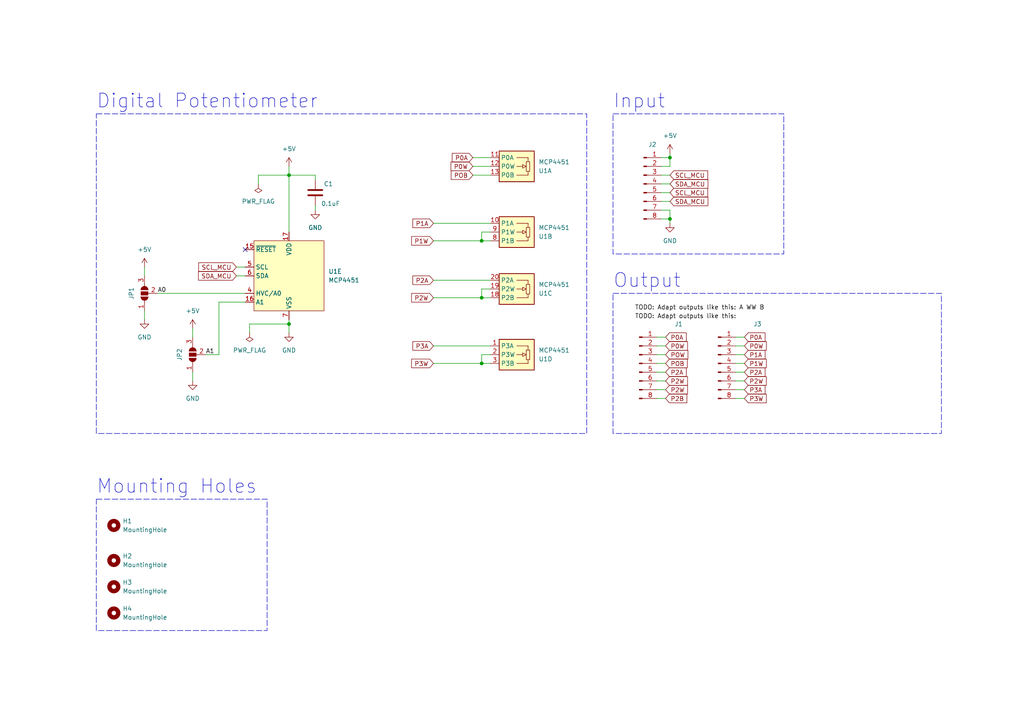
<source format=kicad_sch>
(kicad_sch (version 20230121) (generator eeschema)
  (paper "A4")
  (lib_symbols
    (symbol "Connector:Conn_01x08_Pin" (pin_names (offset 1.016) hide)
      (property "Reference" "J" (at 0 10.16 0))
      (property "Value" "Conn_01x08_Pin" (at 0 -12.7 0))
      (symbol "Conn_01x08_Pin_1_1"
        (polyline (pts (xy 1.27 -10.16) (xy 0.8636 -10.16)) (stroke (width 0.1524)))
        (polyline (pts (xy 1.27 -7.62) (xy 0.8636 -7.62)) (stroke (width 0.1524)))
        (polyline (pts (xy 1.27 -5.08) (xy 0.8636 -5.08)) (stroke (width 0.1524)))
        (polyline (pts (xy 1.27 -2.54) (xy 0.8636 -2.54)) (stroke (width 0.1524)))
        (polyline (pts (xy 1.27 0) (xy 0.8636 0)) (stroke (width 0.1524)))
        (polyline (pts (xy 1.27 2.54) (xy 0.8636 2.54)) (stroke (width 0.1524)))
        (polyline (pts (xy 1.27 5.08) (xy 0.8636 5.08)) (stroke (width 0.1524)))
        (polyline (pts (xy 1.27 7.62) (xy 0.8636 7.62)) (stroke (width 0.1524)))
        (rectangle (start 0.8636 -10.033) (end 0 -10.287) (stroke (width 0.1524)) (fill (type outline)))
        (rectangle (start 0.8636 -7.493) (end 0 -7.747) (stroke (width 0.1524)) (fill (type outline)))
        (rectangle (start 0.8636 -4.953) (end 0 -5.207) (stroke (width 0.1524)) (fill (type outline)))
        (rectangle (start 0.8636 -2.413) (end 0 -2.667) (stroke (width 0.1524)) (fill (type outline)))
        (rectangle (start 0.8636 0.127) (end 0 -0.127) (stroke (width 0.1524)) (fill (type outline)))
        (rectangle (start 0.8636 2.667) (end 0 2.413) (stroke (width 0.1524)) (fill (type outline)))
        (rectangle (start 0.8636 5.207) (end 0 4.953) (stroke (width 0.1524)) (fill (type outline)))
        (rectangle (start 0.8636 7.747) (end 0 7.493) (stroke (width 0.1524)) (fill (type outline)))
        (pin passive line (at 5.08 7.62 180) (length 3.81) (name "Pin_1") (number "1"))
        (pin passive line (at 5.08 5.08 180) (length 3.81) (name "Pin_2") (number "2"))
        (pin passive line (at 5.08 2.54 180) (length 3.81) (name "Pin_3") (number "3"))
        (pin passive line (at 5.08 0 180) (length 3.81) (name "Pin_4") (number "4"))
        (pin passive line (at 5.08 -2.54 180) (length 3.81) (name "Pin_5") (number "5"))
        (pin passive line (at 5.08 -5.08 180) (length 3.81) (name "Pin_6") (number "6"))
        (pin passive line (at 5.08 -7.62 180) (length 3.81) (name "Pin_7") (number "7"))
        (pin passive line (at 5.08 -10.16 180) (length 3.81) (name "Pin_8") (number "8"))
      )
    )
    (symbol "Device:C" (pin_numbers hide) (pin_names (offset 0.254))
      (property "Reference" "C" (at 0.635 2.54 0))
      (property "Value" "C" (at 0.635 -2.54 0))
      (symbol "C_0_1"
        (polyline (pts (xy -2.032 -0.762) (xy 2.032 -0.762)) (stroke (width 0.508)))
        (polyline (pts (xy -2.032 0.762) (xy 2.032 0.762)) (stroke (width 0.508)))
      )
      (symbol "C_1_1"
        (pin passive line (at 0 3.81 270) (length 2.794) (name "~") (number "1"))
        (pin passive line (at 0 -3.81 90) (length 2.794) (name "~") (number "2"))
      )
    )
    (symbol "Jumper:SolderJumper_3_Open" (pin_names (offset 0) hide)
      (property "Reference" "JP" (at -2.54 -2.54 0))
      (property "Value" "SolderJumper_3_Open" (at 0 2.794 0))
      (symbol "SolderJumper_3_Open_0_1"
        (arc (start -1.016 1.016) (mid -2.0276 0) (end -1.016 -1.016))
        (arc (start -1.016 1.016) (mid -2.0276 0) (end -1.016 -1.016) (fill (type outline)))
        (rectangle (start -0.508 1.016) (end 0.508 -1.016) (fill (type outline)))
        (polyline (pts (xy -2.54 0) (xy -2.032 0)))
        (polyline (pts (xy -1.016 1.016) (xy -1.016 -1.016)))
        (polyline (pts (xy 0 -1.27) (xy 0 -1.016)))
        (polyline (pts (xy 1.016 1.016) (xy 1.016 -1.016)))
        (polyline (pts (xy 2.54 0) (xy 2.032 0)))
        (arc (start 1.016 -1.016) (mid 2.0276 0) (end 1.016 1.016))
        (arc (start 1.016 -1.016) (mid 2.0276 0) (end 1.016 1.016) (fill (type outline)))
      )
      (symbol "SolderJumper_3_Open_1_1"
        (pin passive line (at -5.08 0 0) (length 2.54) (name "A") (number "1"))
        (pin passive line (at 0 -3.81 90) (length 2.54) (name "C") (number "2"))
        (pin passive line (at 5.08 0 180) (length 2.54) (name "B") (number "3"))
      )
    )
    (symbol "Mechanical:MountingHole" (pin_names (offset 1.016))
      (property "Reference" "H" (at 0 5.08 0))
      (property "Value" "MountingHole" (at 0 3.175 0))
      (symbol "MountingHole_0_1"
        (circle (center 0 0) (radius 1.27) (stroke (width 1.27)))
      )
    )
    (symbol "Potentiometer_Digital:MCP4451-xxxx-ST"
      (property "Reference" "U" (at -8.89 11.43 0))
      (property "Value" "MCP4451-xxxx-ST" (at 10.16 -11.43 0))
      (symbol "MCP4451-xxxx-ST_1_1"
        (polyline (pts (xy 1.7272 0) (xy 0 0)))
        (polyline (pts (xy 3.302 -2.54) (xy 0 -2.54)) (fill (type background)))
        (polyline (pts (xy 3.302 -2.3114) (xy 3.302 -1.3716)))
        (polyline (pts (xy 3.302 2.286) (xy 3.302 1.4478)))
        (polyline (pts (xy 3.302 2.54) (xy 0 2.54)) (fill (type background)))
        (polyline (pts (xy 3.302 -2.54) (xy 3.302 -2.286) (xy 3.302 -2.286)))
        (polyline (pts (xy 3.302 2.54) (xy 3.302 2.286) (xy 3.302 2.286)) (fill (type background)))
        (polyline (pts (xy 1.7272 -0.508) (xy 1.7272 0.508) (xy 2.7432 0) (xy 1.7272 -0.508) (xy 1.7272 -0.508)))
        (rectangle (start 3.7846 -1.3462) (end 2.7686 1.4478))
        (rectangle (start 5.08 -4.445) (end -5.08 4.445) (stroke (width 0.254)) (fill (type background)))
        (pin passive line (at -7.62 -2.54 0) (length 2.54) (name "P0A") (number "11"))
        (pin passive line (at -7.62 0 0) (length 2.54) (name "P0W") (number "12"))
        (pin passive line (at -7.62 2.54 0) (length 2.54) (name "P0B") (number "13"))
      )
      (symbol "MCP4451-xxxx-ST_2_1"
        (polyline (pts (xy 1.7272 0) (xy 0 0)))
        (polyline (pts (xy 3.302 -2.54) (xy 0 -2.54)) (fill (type background)))
        (polyline (pts (xy 3.302 -2.3114) (xy 3.302 -1.3716)))
        (polyline (pts (xy 3.302 2.286) (xy 3.302 1.4478)))
        (polyline (pts (xy 3.302 2.54) (xy 0 2.54)) (fill (type background)))
        (polyline (pts (xy 3.302 -2.54) (xy 3.302 -2.286) (xy 3.302 -2.286)))
        (polyline (pts (xy 3.302 2.54) (xy 3.302 2.286) (xy 3.302 2.286)) (fill (type background)))
        (polyline (pts (xy 1.7272 -0.508) (xy 1.7272 0.508) (xy 2.7432 0) (xy 1.7272 -0.508) (xy 1.7272 -0.508)))
        (rectangle (start 3.7846 -1.3462) (end 2.7686 1.4478))
        (rectangle (start 5.08 -4.445) (end -5.08 4.445) (stroke (width 0.254)) (fill (type background)))
        (pin passive line (at -7.62 -2.54 0) (length 2.54) (name "P1A") (number "10"))
        (pin passive line (at -7.62 2.54 0) (length 2.54) (name "P1B") (number "8"))
        (pin passive line (at -7.62 0 0) (length 2.54) (name "P1W") (number "9"))
      )
      (symbol "MCP4451-xxxx-ST_3_1"
        (polyline (pts (xy 1.7272 0) (xy 0 0)))
        (polyline (pts (xy 3.302 -2.54) (xy 0 -2.54)) (fill (type background)))
        (polyline (pts (xy 3.302 -2.3114) (xy 3.302 -1.3716)))
        (polyline (pts (xy 3.302 2.286) (xy 3.302 1.4478)))
        (polyline (pts (xy 3.302 2.54) (xy 0 2.54)) (fill (type background)))
        (polyline (pts (xy 3.302 -2.54) (xy 3.302 -2.286) (xy 3.302 -2.286)))
        (polyline (pts (xy 3.302 2.54) (xy 3.302 2.286) (xy 3.302 2.286)) (fill (type background)))
        (polyline (pts (xy 1.7272 -0.508) (xy 1.7272 0.508) (xy 2.7432 0) (xy 1.7272 -0.508) (xy 1.7272 -0.508)))
        (rectangle (start 3.7846 -1.3462) (end 2.7686 1.4478))
        (rectangle (start 5.08 -4.445) (end -5.08 4.445) (stroke (width 0.254)) (fill (type background)))
        (pin passive line (at -7.62 2.54 0) (length 2.54) (name "P2B") (number "18"))
        (pin passive line (at -7.62 0 0) (length 2.54) (name "P2W") (number "19"))
        (pin passive line (at -7.62 -2.54 0) (length 2.54) (name "P2A") (number "20"))
      )
      (symbol "MCP4451-xxxx-ST_4_1"
        (polyline (pts (xy 1.7272 0) (xy 0 0)))
        (polyline (pts (xy 3.302 -2.54) (xy 0 -2.54)) (fill (type background)))
        (polyline (pts (xy 3.302 -2.3114) (xy 3.302 -1.3716)))
        (polyline (pts (xy 3.302 2.286) (xy 3.302 1.4478)))
        (polyline (pts (xy 3.302 2.54) (xy 0 2.54)) (fill (type background)))
        (polyline (pts (xy 3.302 -2.54) (xy 3.302 -2.286) (xy 3.302 -2.286)))
        (polyline (pts (xy 3.302 2.54) (xy 3.302 2.286) (xy 3.302 2.286)) (fill (type background)))
        (polyline (pts (xy 1.7272 -0.508) (xy 1.7272 0.508) (xy 2.7432 0) (xy 1.7272 -0.508) (xy 1.7272 -0.508)))
        (rectangle (start 3.7846 -1.3462) (end 2.7686 1.4478))
        (rectangle (start 5.08 -4.445) (end -5.08 4.445) (stroke (width 0.254)) (fill (type background)))
        (pin passive line (at -7.62 -2.54 0) (length 2.54) (name "P3A") (number "1"))
        (pin passive line (at -7.62 0 0) (length 2.54) (name "P3W") (number "2"))
        (pin passive line (at -7.62 2.54 0) (length 2.54) (name "P3B") (number "3"))
      )
      (symbol "MCP4451-xxxx-ST_5_1"
        (rectangle (start -10.16 10.16) (end 10.16 -10.16) (fill (type background)))
        (pin no_connect line (at -10.16 -2.54 0) (length 2.54) hide (name "NC") (number "14"))
        (pin input line (at -12.7 7.62 0) (length 2.54) (name "~{RESET}") (number "15"))
        (pin input line (at -12.7 -7.62 0) (length 2.54) (name "A1") (number "16"))
        (pin power_in line (at 0 12.7 270) (length 2.54) (name "VDD") (number "17"))
        (pin input line (at -12.7 -5.08 0) (length 2.54) (name "HVC/A0") (number "4"))
        (pin input line (at -12.7 2.54 0) (length 2.54) (name "SCL") (number "5"))
        (pin bidirectional line (at -12.7 0 0) (length 2.54) (name "SDA") (number "6"))
        (pin power_in line (at 0 -12.7 90) (length 2.54) (name "VSS") (number "7"))
      )
    )
    (symbol "power:+5V" (power) (pin_names (offset 0))
      (property "Value" "+5V" (at 0 3.556 0))
      (symbol "+5V_0_1"
        (polyline (pts (xy -0.762 1.27) (xy 0 2.54)))
        (polyline (pts (xy 0 0) (xy 0 2.54)))
        (polyline (pts (xy 0 2.54) (xy 0.762 1.27)))
      )
      (symbol "+5V_1_1"
        (pin power_in line (at 0 0 90) (length 0) hide (name "+5V") (number "1"))
      )
    )
    (symbol "power:GND" (power) (pin_names (offset 0))
      (property "Value" "GND" (at 0 -3.81 0))
      (symbol "GND_0_1"
        (polyline (pts (xy 0 0) (xy 0 -1.27) (xy 1.27 -1.27) (xy 0 -2.54) (xy -1.27 -1.27) (xy 0 -1.27)))
      )
      (symbol "GND_1_1"
        (pin power_in line (at 0 0 270) (length 0) hide (name "GND") (number "1"))
      )
    )
    (symbol "power:PWR_FLAG" (power) (pin_numbers hide) (pin_names (offset 0) hide)
      (property "Value" "PWR_FLAG" (at 0 3.81 0))
      (symbol "PWR_FLAG_0_0"
        (pin power_out line (at 0 0 90) (length 0) (name "pwr") (number "1"))
      )
      (symbol "PWR_FLAG_0_1"
        (polyline (pts (xy 0 0) (xy 0 1.27) (xy -1.016 1.905) (xy 0 2.54) (xy 1.016 1.905) (xy 0 1.27)))
      )
    )
  )
  (junction (at 83.82 50.8))
  (junction (at 194.31 45.72))
  (junction (at 139.7 105.41))
  (junction (at 83.82 93.98))
  (junction (at 194.31 63.5))
  (junction (at 139.7 69.85))
  (junction (at 139.7 86.36))
  (no_connect (at 71.12 72.39))
  (wire (pts (xy 55.88 107.95) (xy 55.88 110.49)))
  (wire (pts (xy 213.36 107.95) (xy 215.9 107.95)))
  (wire (pts (xy 213.36 100.33) (xy 215.9 100.33)))
  (wire (pts (xy 190.5 102.87) (xy 193.04 102.87)))
  (wire (pts (xy 83.82 50.8) (xy 83.82 67.31)))
  (wire (pts (xy 194.31 48.26) (xy 191.77 48.26)))
  (wire (pts (xy 125.73 81.28) (xy 142.24 81.28)))
  (wire (pts (xy 91.44 59.69) (xy 91.44 60.96)))
  (wire (pts (xy 55.88 95.25) (xy 55.88 97.79)))
  (wire (pts (xy 72.39 96.52) (xy 72.39 93.98)))
  (wire (pts (xy 125.73 69.85) (xy 139.7 69.85)))
  (wire (pts (xy 190.5 97.79) (xy 193.04 97.79)))
  (wire (pts (xy 74.93 53.34) (xy 74.93 50.8)))
  (wire (pts (xy 139.7 69.85) (xy 139.7 67.31)))
  (wire (pts (xy 125.73 86.36) (xy 139.7 86.36)))
  (wire (pts (xy 213.36 105.41) (xy 215.9 105.41)))
  (wire (pts (xy 191.77 50.8) (xy 194.31 50.8)))
  (wire (pts (xy 125.73 105.41) (xy 139.7 105.41)))
  (wire (pts (xy 139.7 105.41) (xy 139.7 102.87)))
  (wire (pts (xy 137.16 50.8) (xy 142.24 50.8)))
  (wire (pts (xy 63.5 87.63) (xy 71.12 87.63)))
  (wire (pts (xy 213.36 97.79) (xy 215.9 97.79)))
  (wire (pts (xy 139.7 86.36) (xy 142.24 86.36)))
  (wire (pts (xy 194.31 63.5) (xy 194.31 64.77)))
  (wire (pts (xy 142.24 102.87) (xy 139.7 102.87)))
  (wire (pts (xy 91.44 50.8) (xy 91.44 52.07)))
  (wire (pts (xy 139.7 69.85) (xy 142.24 69.85)))
  (wire (pts (xy 139.7 86.36) (xy 139.7 83.82)))
  (wire (pts (xy 72.39 93.98) (xy 83.82 93.98)))
  (wire (pts (xy 59.69 102.87) (xy 63.5 102.87)))
  (wire (pts (xy 213.36 113.03) (xy 215.9 113.03)))
  (wire (pts (xy 213.36 110.49) (xy 215.9 110.49)))
  (wire (pts (xy 137.16 45.72) (xy 142.24 45.72)))
  (wire (pts (xy 83.82 93.98) (xy 83.82 96.52)))
  (wire (pts (xy 68.58 80.01) (xy 71.12 80.01)))
  (wire (pts (xy 83.82 50.8) (xy 91.44 50.8)))
  (wire (pts (xy 190.5 105.41) (xy 193.04 105.41)))
  (wire (pts (xy 194.31 63.5) (xy 194.31 60.96)))
  (wire (pts (xy 190.5 100.33) (xy 193.04 100.33)))
  (wire (pts (xy 83.82 92.71) (xy 83.82 93.98)))
  (wire (pts (xy 213.36 115.57) (xy 215.9 115.57)))
  (wire (pts (xy 190.5 110.49) (xy 193.04 110.49)))
  (wire (pts (xy 125.73 100.33) (xy 142.24 100.33)))
  (wire (pts (xy 74.93 50.8) (xy 83.82 50.8)))
  (wire (pts (xy 191.77 60.96) (xy 194.31 60.96)))
  (wire (pts (xy 45.72 85.09) (xy 71.12 85.09)))
  (wire (pts (xy 190.5 113.03) (xy 193.04 113.03)))
  (wire (pts (xy 194.31 44.45) (xy 194.31 45.72)))
  (wire (pts (xy 139.7 105.41) (xy 142.24 105.41)))
  (wire (pts (xy 125.73 64.77) (xy 142.24 64.77)))
  (wire (pts (xy 191.77 58.42) (xy 194.31 58.42)))
  (wire (pts (xy 191.77 53.34) (xy 194.31 53.34)))
  (wire (pts (xy 83.82 48.26) (xy 83.82 50.8)))
  (wire (pts (xy 41.91 90.17) (xy 41.91 92.71)))
  (wire (pts (xy 213.36 102.87) (xy 215.9 102.87)))
  (wire (pts (xy 190.5 115.57) (xy 193.04 115.57)))
  (wire (pts (xy 191.77 45.72) (xy 194.31 45.72)))
  (wire (pts (xy 137.16 48.26) (xy 142.24 48.26)))
  (wire (pts (xy 142.24 67.31) (xy 139.7 67.31)))
  (wire (pts (xy 191.77 63.5) (xy 194.31 63.5)))
  (wire (pts (xy 142.24 83.82) (xy 139.7 83.82)))
  (wire (pts (xy 63.5 87.63) (xy 63.5 102.87)))
  (wire (pts (xy 68.58 77.47) (xy 71.12 77.47)))
  (wire (pts (xy 41.91 77.47) (xy 41.91 80.01)))
  (wire (pts (xy 191.77 55.88) (xy 194.31 55.88)))
  (wire (pts (xy 194.31 45.72) (xy 194.31 48.26)))
  (wire (pts (xy 190.5 107.95) (xy 193.04 107.95)))
  (rectangle (start 27.94 144.78) (end 77.47 182.88) (stroke (width 0) (type dash)))
  (rectangle (start 177.8 85.09) (end 273.05 125.73) (stroke (width 0) (type dash)))
  (rectangle (start 27.94 33.02) (end 170.18 125.73) (stroke (width 0) (type dash)))
  (rectangle (start 177.8 33.02) (end 227.33 73.66) (stroke (width 0) (type dash)))
  (text "Digital Potentiometer" (at 27.94 31.75 0) (effects (font (size 4 4)) (justify left bottom)))
  (text "Input" (at 177.8 31.75 0) (effects (font (size 4 4)) (justify left bottom)))
  (text "Mounting Holes" (at 27.94 143.51 0) (effects (font (size 4 4)) (justify left bottom)))
  (text "Output" (at 177.8 83.82 0) (effects (font (size 4 4)) (justify left bottom)))
  (label "TODO: Adapt outputs like this:" (at 184.15 92.71 0))
  (label "TODO: Adapt outputs like this: A WW B" (at 184.15 90.17 0))
  (label "A1" (at 59.69 102.87 0))
  (label "A0" (at 45.72 85.09 0))
  (global_label "SDA_MCU" (shape input) (at 194.31 58.42 0) (property "Intersheetrefs" "${INTERSHEET_REFS}" (effects hide)))
  (global_label "P0A" (shape input) (at 137.16 45.72 180) (property "Intersheetrefs" "${INTERSHEET_REFS}" (effects hide)))
  (global_label "P3A" (shape input) (at 125.73 100.33 180) (property "Intersheetrefs" "${INTERSHEET_REFS}" (effects hide)))
  (global_label "P0W" (shape input) (at 193.04 100.33 0) (property "Intersheetrefs" "${INTERSHEET_REFS}" (effects hide)))
  (global_label "POB" (shape input) (at 137.16 50.8 180) (property "Intersheetrefs" "${INTERSHEET_REFS}" (effects hide)))
  (global_label "P1W" (shape input) (at 125.73 69.85 180) (property "Intersheetrefs" "${INTERSHEET_REFS}" (effects hide)))
  (global_label "P2W" (shape input) (at 193.04 113.03 0) (property "Intersheetrefs" "${INTERSHEET_REFS}" (effects hide)))
  (global_label "P2A" (shape input) (at 125.73 81.28 180) (property "Intersheetrefs" "${INTERSHEET_REFS}" (effects hide)))
  (global_label "SDA_MCU" (shape input) (at 68.58 80.01 180) (property "Intersheetrefs" "${INTERSHEET_REFS}" (effects hide)))
  (global_label "P3W" (shape input) (at 215.9 115.57 0) (property "Intersheetrefs" "${INTERSHEET_REFS}" (effects hide)))
  (global_label "P3A" (shape input) (at 215.9 113.03 0) (property "Intersheetrefs" "${INTERSHEET_REFS}" (effects hide)))
  (global_label "SCL_MCU" (shape input) (at 194.31 50.8 0) (property "Intersheetrefs" "${INTERSHEET_REFS}" (effects hide)))
  (global_label "POB" (shape input) (at 193.04 105.41 0) (property "Intersheetrefs" "${INTERSHEET_REFS}" (effects hide)))
  (global_label "P1A" (shape input) (at 215.9 102.87 0) (property "Intersheetrefs" "${INTERSHEET_REFS}" (effects hide)))
  (global_label "P2W" (shape input) (at 193.04 110.49 0) (property "Intersheetrefs" "${INTERSHEET_REFS}" (effects hide)))
  (global_label "P0A" (shape input) (at 193.04 97.79 0) (property "Intersheetrefs" "${INTERSHEET_REFS}" (effects hide)))
  (global_label "P2B" (shape input) (at 193.04 115.57 0) (property "Intersheetrefs" "${INTERSHEET_REFS}" (effects hide)))
  (global_label "SCL_MCU" (shape input) (at 68.58 77.47 180) (property "Intersheetrefs" "${INTERSHEET_REFS}" (effects hide)))
  (global_label "P0A" (shape input) (at 215.9 97.79 0) (property "Intersheetrefs" "${INTERSHEET_REFS}" (effects hide)))
  (global_label "P0W" (shape input) (at 137.16 48.26 180) (property "Intersheetrefs" "${INTERSHEET_REFS}" (effects hide)))
  (global_label "POW" (shape input) (at 193.04 102.87 0) (property "Intersheetrefs" "${INTERSHEET_REFS}" (effects hide)))
  (global_label "P1W" (shape input) (at 215.9 105.41 0) (property "Intersheetrefs" "${INTERSHEET_REFS}" (effects hide)))
  (global_label "P1A" (shape input) (at 125.73 64.77 180) (property "Intersheetrefs" "${INTERSHEET_REFS}" (effects hide)))
  (global_label "SCL_MCU" (shape input) (at 194.31 55.88 0) (property "Intersheetrefs" "${INTERSHEET_REFS}" (effects hide)))
  (global_label "P2W" (shape input) (at 125.73 86.36 180) (property "Intersheetrefs" "${INTERSHEET_REFS}" (effects hide)))
  (global_label "P2A" (shape input) (at 193.04 107.95 0) (property "Intersheetrefs" "${INTERSHEET_REFS}" (effects hide)))
  (global_label "SDA_MCU" (shape input) (at 194.31 53.34 0) (property "Intersheetrefs" "${INTERSHEET_REFS}" (effects hide)))
  (global_label "P2W" (shape input) (at 215.9 110.49 0) (property "Intersheetrefs" "${INTERSHEET_REFS}" (effects hide)))
  (global_label "P2A" (shape input) (at 215.9 107.95 0) (property "Intersheetrefs" "${INTERSHEET_REFS}" (effects hide)))
  (global_label "P0W" (shape input) (at 215.9 100.33 0) (property "Intersheetrefs" "${INTERSHEET_REFS}" (effects hide)))
  (global_label "P3W" (shape input) (at 125.73 105.41 180) (property "Intersheetrefs" "${INTERSHEET_REFS}" (effects hide)))
  (symbol (lib_id "Connector:Conn_01x08_Pin") (at 208.28 105.41 0) (unit 1)
    (property "Reference" "J3" (at 219.71 93.98 0))
    (property "Value" "Conn_01x08_Pin" (effects hide))
    (property "Footprint" "Connector_PinHeader_2.54mm:PinHeader_1x08_P2.54mm_Vertical" (effects hide))
  )
  (symbol (lib_id "Connector:Conn_01x08_Pin") (at 185.42 105.41 0) (unit 1)
    (property "Reference" "J1" (at 196.85 93.98 0))
    (property "Value" "Conn_01x08_Pin" (effects hide))
    (property "Footprint" "Connector_PinHeader_2.54mm:PinHeader_1x08_P2.54mm_Vertical" (effects hide))
  )
  (symbol (lib_id "power:GND") (at 83.82 96.52 0) (unit 1)
    (property "Reference" "#PWR06" (effects hide))
    (property "Value" "GND" (at 83.82 101.6 0))
  )
  (symbol (lib_id "Connector:Conn_01x08_Pin") (at 186.69 53.34 0) (unit 1)
    (property "Reference" "J2" (at 189.23 41.91 0))
    (property "Value" "Conn_01x08_Pin" (effects hide))
    (property "Footprint" "Connector_PinHeader_2.54mm:PinHeader_1x08_P2.54mm_Vertical" (effects hide))
  )
  (symbol (lib_id "power:PWR_FLAG") (at 72.39 96.52 180) (unit 1)
    (property "Reference" "#FLG01" (effects hide))
    (property "Value" "PWR_FLAG" (at 72.39 101.6 0))
  )
  (symbol (lib_id "power:+5V") (at 55.88 95.25 0) (unit 1)
    (property "Reference" "#PWR03" (effects hide))
    (property "Value" "+5V" (at 55.88 90.17 0))
  )
  (symbol (lib_id "Potentiometer_Digital:MCP4451-xxxx-ST") (at 149.86 48.26 0) (mirror x) (unit 1)
    (property "Reference" "U1" (at 156.21 49.53 0) (effects (justify left)))
    (property "Value" "MCP4451" (at 156.21 46.99 0) (effects (justify left)))
    (property "Footprint" "Package_SO:TSSOP-20_4.4x6.5mm_P0.65mm" (effects hide))
    (property "Datasheet" "https://ww1.microchip.com/downloads/en/DeviceDoc/22267A_MCP4431.pdf" (effects hide))
  )
  (symbol (lib_id "Potentiometer_Digital:MCP4451-xxxx-ST") (at 149.86 102.87 0) (mirror x) (unit 4)
    (property "Reference" "U1" (at 156.21 104.14 0) (effects (justify left)))
    (property "Value" "MCP4451" (at 156.21 101.6 0) (effects (justify left)))
    (property "Footprint" "Package_SO:TSSOP-20_4.4x6.5mm_P0.65mm" (effects hide))
    (property "Datasheet" "https://ww1.microchip.com/downloads/en/DeviceDoc/22267A_MCP4431.pdf" (effects hide))
  )
  (symbol (lib_id "power:GND") (at 41.91 92.71 0) (unit 1)
    (property "Reference" "#PWR02" (effects hide))
    (property "Value" "GND" (at 41.91 97.79 0))
  )
  (symbol (lib_id "Jumper:SolderJumper_3_Open") (at 55.88 102.87 90) (unit 1)
    (property "Reference" "JP2" (at 52.07 102.87 0))
    (property "Value" "SolderJumper_3_Open" (effects hide))
    (property "Footprint" "Jumper:SolderJumper-3_P1.3mm_Open_Pad1.0x1.5mm" (effects hide))
  )
  (symbol (lib_id "Potentiometer_Digital:MCP4451-xxxx-ST") (at 83.82 80.01 0) (unit 5)
    (property "Reference" "U1" (at 95.25 78.74 0) (effects (justify left)))
    (property "Value" "MCP4451" (at 95.25 81.28 0) (effects (justify left)))
    (property "Footprint" "Package_SO:TSSOP-20_4.4x6.5mm_P0.65mm" (effects hide))
    (property "Datasheet" "https://ww1.microchip.com/downloads/en/DeviceDoc/22267A_MCP4431.pdf" (effects hide))
  )
  (symbol (lib_id "Mechanical:MountingHole") (at 33.02 162.56 0) (unit 1)
    (property "Reference" "H2" (at 35.56 161.29 0) (effects (justify left)))
    (property "Value" "MountingHole" (at 35.56 163.83 0) (effects (justify left)))
    (property "Footprint" "MountingHole:MountingHole_2.2mm_M2" (effects hide))
  )
  (symbol (lib_id "Potentiometer_Digital:MCP4451-xxxx-ST") (at 149.86 83.82 0) (mirror x) (unit 3)
    (property "Reference" "U1" (at 156.21 85.09 0) (effects (justify left)))
    (property "Value" "MCP4451" (at 156.21 82.55 0) (effects (justify left)))
    (property "Footprint" "Package_SO:TSSOP-20_4.4x6.5mm_P0.65mm" (effects hide))
    (property "Datasheet" "https://ww1.microchip.com/downloads/en/DeviceDoc/22267A_MCP4431.pdf" (effects hide))
  )
  (symbol (lib_id "power:PWR_FLAG") (at 74.93 53.34 180) (unit 1)
    (property "Reference" "#FLG02" (effects hide))
    (property "Value" "PWR_FLAG" (at 74.93 58.42 0))
  )
  (symbol (lib_id "Mechanical:MountingHole") (at 33.02 177.8 0) (unit 1)
    (property "Reference" "H4" (at 35.56 176.53 0) (effects (justify left)))
    (property "Value" "MountingHole" (at 35.56 179.07 0) (effects (justify left)))
    (property "Footprint" "MountingHole:MountingHole_2.2mm_M2" (effects hide))
  )
  (symbol (lib_id "Device:C") (at 91.44 55.88 0) (unit 1)
    (property "Reference" "C1" (at 95.25 53.34 0))
    (property "Value" "0.1uF" (at 95.885 59.055 0))
    (property "Footprint" "Capacitor_SMD:C_1206_3216Metric" (effects hide))
  )
  (symbol (lib_id "power:+5V") (at 194.31 44.45 0) (unit 1)
    (property "Reference" "#PWR08" (effects hide))
    (property "Value" "+5V" (at 194.31 39.37 0))
  )
  (symbol (lib_id "power:GND") (at 55.88 110.49 0) (unit 1)
    (property "Reference" "#PWR04" (effects hide))
    (property "Value" "GND" (at 55.88 115.57 0))
  )
  (symbol (lib_id "Jumper:SolderJumper_3_Open") (at 41.91 85.09 90) (unit 1)
    (property "Reference" "JP1" (at 38.1 85.09 0))
    (property "Value" "SolderJumper_3_Open" (effects hide))
    (property "Footprint" "Jumper:SolderJumper-3_P1.3mm_Open_Pad1.0x1.5mm" (effects hide))
  )
  (symbol (lib_id "power:GND") (at 194.31 64.77 0) (unit 1)
    (property "Reference" "#PWR09" (effects hide))
    (property "Value" "GND" (at 194.31 69.85 0))
  )
  (symbol (lib_id "power:+5V") (at 41.91 77.47 0) (unit 1)
    (property "Reference" "#PWR01" (effects hide))
    (property "Value" "+5V" (at 41.91 72.39 0))
  )
  (symbol (lib_id "power:+5V") (at 83.82 48.26 0) (unit 1)
    (property "Reference" "#PWR05" (effects hide))
    (property "Value" "+5V" (at 83.82 43.18 0))
  )
  (symbol (lib_id "power:GND") (at 91.44 60.96 0) (unit 1)
    (property "Reference" "#PWR07" (effects hide))
    (property "Value" "GND" (at 91.44 66.04 0))
  )
  (symbol (lib_id "Mechanical:MountingHole") (at 33.02 152.4 0) (unit 1)
    (property "Reference" "H1" (at 35.56 151.13 0) (effects (justify left)))
    (property "Value" "MountingHole" (at 35.56 153.67 0) (effects (justify left)))
    (property "Footprint" "MountingHole:MountingHole_2.2mm_M2" (effects hide))
  )
  (symbol (lib_id "Potentiometer_Digital:MCP4451-xxxx-ST") (at 149.86 67.31 0) (mirror x) (unit 2)
    (property "Reference" "U1" (at 156.21 68.58 0) (effects (justify left)))
    (property "Value" "MCP4451" (at 156.21 66.04 0) (effects (justify left)))
    (property "Footprint" "Package_SO:TSSOP-20_4.4x6.5mm_P0.65mm" (effects hide))
    (property "Datasheet" "https://ww1.microchip.com/downloads/en/DeviceDoc/22267A_MCP4431.pdf" (effects hide))
  )
  (symbol (lib_id "Mechanical:MountingHole") (at 33.02 170.18 0) (unit 1)
    (property "Reference" "H3" (at 35.56 168.91 0) (effects (justify left)))
    (property "Value" "MountingHole" (at 35.56 171.45 0) (effects (justify left)))
    (property "Footprint" "MountingHole:MountingHole_2.2mm_M2" (effects hide))
  )
)
</source>
